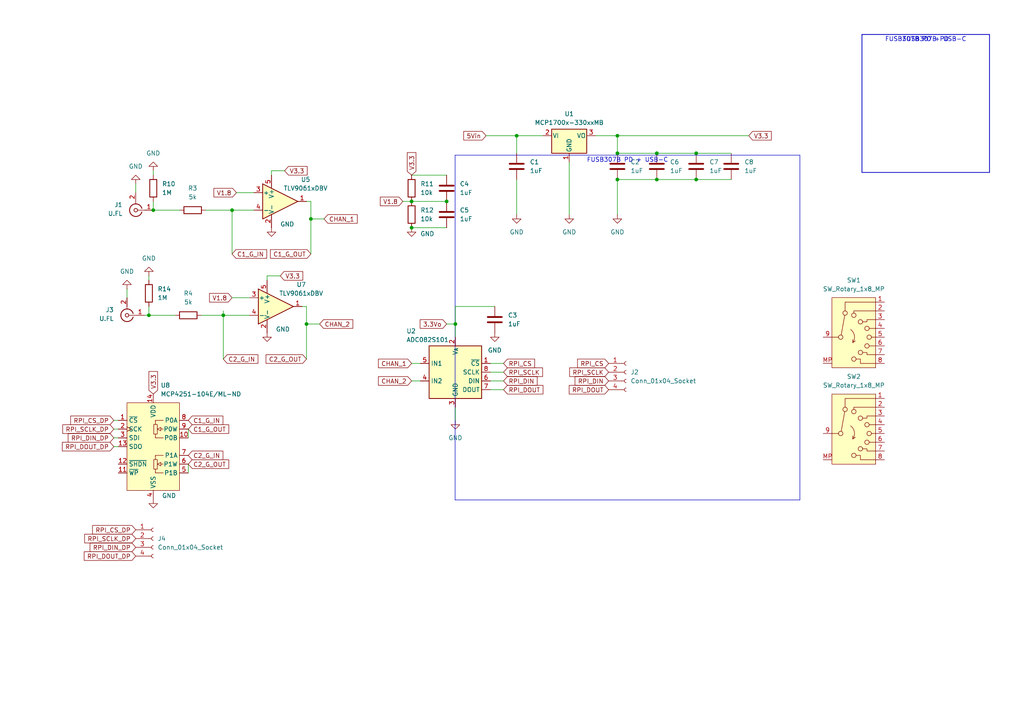
<source format=kicad_sch>
(kicad_sch (version 20250114) (generator "eeschema") (generator_version "9.0")
  (paper "A4")
  (lib_symbols
    (symbol "Amplifier_Operational:TLV9061xDBV" (pin_names (offset 0.127))
      (property "Reference" "U" (at -1.27 6.35 0))
      (property "Value" "TLV9061xDBV" (at -1.27 3.81 0))
      (symbol "TLV9061xDBV_0_1"
        (polyline (pts (xy -5.08 5.08) (xy 5.08 0) (xy -5.08 -5.08) (xy -5.08 5.08)) (stroke (width 0.254)) (fill (type background)))
        (pin power_in line (at -2.54 7.62 270) (length 3.81) (name "V+") (number "5"))
        (pin power_in line (at -2.54 -7.62 90) (length 3.81) (name "V-") (number "2"))
      )
      (symbol "TLV9061xDBV_1_1"
        (pin input line (at -7.62 2.54 0) (length 2.54) (name "+") (number "3"))
        (pin input line (at -7.62 -2.54 0) (length 2.54) (name "-") (number "4"))
        (pin output line (at 7.62 0 180) (length 2.54) (name "~") (number "1"))
      )
    )
    (symbol "Analog_ADC:ADC082S101"
      (property "Reference" "U" (at -7.874 8.89 0))
      (property "Value" "ADC082S101" (at 0.508 -9.144 0))
      (symbol "ADC082S101_0_1"
        (rectangle (start -7.62 7.62) (end 7.62 -7.62) (stroke (width 0.254)) (fill (type background)))
      )
      (symbol "ADC082S101_1_1"
        (pin input line (at -10.16 2.54 0) (length 2.54) (name "IN1") (number "5"))
        (pin input line (at -10.16 -2.54 0) (length 2.54) (name "IN2") (number "4"))
        (pin power_in line (at 0 10.16 270) (length 2.54) (name "V_{A}") (number "2"))
        (pin power_in line (at 0 -10.16 90) (length 2.54) (name "GND") (number "3"))
        (pin input line (at 10.16 2.54 180) (length 2.54) (name "~{CS}") (number "1"))
        (pin input line (at 10.16 0 180) (length 2.54) (name "SCLK") (number "8"))
        (pin input line (at 10.16 -2.54 180) (length 2.54) (name "DIN") (number "6"))
        (pin output line (at 10.16 -5.08 180) (length 2.54) (name "DOUT") (number "7"))
      )
    )
    (symbol "Connector:Conn_01x04_Socket" (pin_names (offset 1.016) (hide yes))
      (property "Reference" "J" (at 0 5.08 0))
      (property "Value" "Conn_01x04_Socket" (at 0 -7.62 0))
      (symbol "Conn_01x04_Socket_1_1"
        (polyline (pts (xy -1.27 2.54) (xy -0.508 2.54)) (stroke (width 0.1524)))
        (polyline (pts (xy -1.27 0) (xy -0.508 0)) (stroke (width 0.1524)))
        (polyline (pts (xy -1.27 -2.54) (xy -0.508 -2.54)) (stroke (width 0.1524)))
        (polyline (pts (xy -1.27 -5.08) (xy -0.508 -5.08)) (stroke (width 0.1524)))
        (arc (start 0 2.032) (mid -0.5058 2.54) (end 0 3.048) (stroke (width 0.1524)))
        (arc (start 0 -0.508) (mid -0.5058 0) (end 0 0.508) (stroke (width 0.1524)))
        (arc (start 0 -3.048) (mid -0.5058 -2.54) (end 0 -2.032) (stroke (width 0.1524)))
        (arc (start 0 -5.588) (mid -0.5058 -5.08) (end 0 -4.572) (stroke (width 0.1524)))
        (pin passive line (at -5.08 2.54 0) (length 3.81) (name "Pin_1") (number "1"))
        (pin passive line (at -5.08 0 0) (length 3.81) (name "Pin_2") (number "2"))
        (pin passive line (at -5.08 -2.54 0) (length 3.81) (name "Pin_3") (number "3"))
        (pin passive line (at -5.08 -5.08 0) (length 3.81) (name "Pin_4") (number "4"))
      )
    )
    (symbol "Device:C" (pin_numbers (hide yes)) (pin_names (offset 0.254))
      (property "Reference" "C" (at 0.635 2.54 0))
      (property "Value" "C" (at 0.635 -2.54 0))
      (symbol "C_0_1"
        (polyline (pts (xy -2.032 0.762) (xy 2.032 0.762)) (stroke (width 0.508)))
        (polyline (pts (xy -2.032 -0.762) (xy 2.032 -0.762)) (stroke (width 0.508)))
      )
      (symbol "C_1_1"
        (pin passive line (at 0 3.81 270) (length 2.794) (name "~") (number "1"))
        (pin passive line (at 0 -3.81 90) (length 2.794) (name "~") (number "2"))
      )
    )
    (symbol "Device:R" (pin_numbers (hide yes)) (pin_names (offset 0))
      (property "Reference" "R" (at 2.032 0 90))
      (property "Value" "R" (at 0 0 90))
      (symbol "R_0_1"
        (rectangle (start -1.016 -2.54) (end 1.016 2.54) (stroke (width 0.254)))
      )
      (symbol "R_1_1"
        (pin passive line (at 0 3.81 270) (length 1.27) (name "~") (number "1"))
        (pin passive line (at 0 -3.81 90) (length 1.27) (name "~") (number "2"))
      )
    )
    (symbol "PCM_JLCPCB-Extended:RF, Connector, U.FL" (pin_names (offset 1.016) (hide yes))
      (property "Reference" "J" (at 0.254 3.048 0))
      (property "Value" "U.FL" (at 2.921 0 90))
      (symbol "RF, Connector, U.FL_0_1"
        (polyline (pts (xy -2.54 0) (xy -0.508 0)))
        (arc (start 1.778 0) (mid 0.222 -1.8079) (end -1.778 -0.508) (stroke (width 0.254)))
        (arc (start -1.778 0.508) (mid 0.2221 1.8084) (end 1.778 0) (stroke (width 0.254)))
        (circle (center 0 0) (radius 0.508) (stroke (width 0.2032)))
        (polyline (pts (xy 0 -2.54) (xy 0 -1.778)))
      )
      (symbol "RF, Connector, U.FL_1_1"
        (pin passive line (at -5.08 0 0) (length 2.54) (name "In") (number "1"))
        (pin passive line (at 0 -5.08 90) (length 2.54) (name "Ext") (number "2"))
      )
    )
    (symbol "Potentiometer_Digital:MCP4251-xxxx-SL"
      (property "Reference" "U" (at -0.508 18.288 0))
      (property "Value" "MCP4251-xxxx-SL" (at -0.508 20.32 0))
      (symbol "MCP4251-xxxx-SL_1_1"
        (polyline (pts (xy 0 12.7) (xy 7.62 12.7) (xy 7.62 0) (xy 7.62 -12.7) (xy -7.62 -12.7) (xy -7.62 12.7) (xy 0 12.7)) (fill (type background)))
        (rectangle (start 0.1524 6.4262) (end 1.1684 3.6322))
        (rectangle (start 0.1524 -3.7338) (end 1.1684 -6.5278))
        (polyline (pts (xy 0.635 7.62) (xy 0.635 7.366) (xy 0.635 7.366)))
        (polyline (pts (xy 0.635 7.62) (xy 2.921 7.62) (xy 2.921 7.62)) (fill (type background)))
        (polyline (pts (xy 0.635 7.3914) (xy 0.635 6.4516)))
        (polyline (pts (xy 0.635 2.794) (xy 0.635 3.6322)))
        (polyline (pts (xy 0.635 2.54) (xy 0.635 2.794) (xy 0.635 2.794)) (fill (type background)))
        (polyline (pts (xy 0.635 2.54) (xy 2.921 2.54) (xy 2.921 2.54)) (fill (type background)))
        (polyline (pts (xy 0.635 -2.54) (xy 0.635 -2.794) (xy 0.635 -2.794)))
        (polyline (pts (xy 0.635 -2.54) (xy 2.921 -2.54) (xy 2.921 -2.54)) (fill (type background)))
        (polyline (pts (xy 0.635 -2.7686) (xy 0.635 -3.7084)))
        (polyline (pts (xy 0.635 -7.366) (xy 0.635 -6.5278)))
        (polyline (pts (xy 0.635 -7.62) (xy 0.635 -7.366) (xy 0.635 -7.366)) (fill (type background)))
        (polyline (pts (xy 0.635 -7.62) (xy 2.921 -7.62) (xy 2.921 -7.62)) (fill (type background)))
        (polyline (pts (xy 2.2098 5.588) (xy 2.2098 4.572) (xy 1.1938 5.08) (xy 2.2098 5.588) (xy 2.2098 5.588)) (fill (type background)))
        (polyline (pts (xy 2.2098 5.1054) (xy 2.921 5.1054)))
        (polyline (pts (xy 2.2098 -4.572) (xy 2.2098 -5.588) (xy 1.1938 -5.08) (xy 2.2098 -4.572) (xy 2.2098 -4.572)) (fill (type background)))
        (polyline (pts (xy 2.2098 -5.0546) (xy 2.921 -5.0546)))
        (pin input line (at -10.16 7.62 0) (length 2.54) (name "~{CS}") (number "1"))
        (pin input clock (at -10.16 5.08 0) (length 2.54) (name "SCK") (number "2"))
        (pin input line (at -10.16 2.54 0) (length 2.54) (name "SDI") (number "3"))
        (pin output line (at -10.16 0 0) (length 2.54) (name "SDO") (number "13"))
        (pin input line (at -10.16 -5.08 0) (length 2.54) (name "~{SHDN}") (number "12"))
        (pin input line (at -10.16 -7.62 0) (length 2.54) (name "~{WP}") (number "11"))
        (pin power_in line (at 0 15.24 270) (length 2.54) (name "VDD") (number "14"))
        (pin power_in line (at 0 -15.24 90) (length 2.54) (name "VSS") (number "4"))
        (pin passive line (at 10.16 7.62 180) (length 2.54) (name "P0A") (number "8"))
        (pin passive line (at 10.16 5.08 180) (length 2.54) (name "P0W") (number "9"))
        (pin passive line (at 10.16 2.54 180) (length 2.54) (name "P0B") (number "10"))
        (pin passive line (at 10.16 -2.54 180) (length 2.54) (name "P1A") (number "7"))
        (pin passive line (at 10.16 -5.08 180) (length 2.54) (name "P1W") (number "6"))
        (pin passive line (at 10.16 -7.62 180) (length 2.54) (name "P1B") (number "5"))
      )
    )
    (symbol "Regulator_Linear:MCP1700x-330xxMB" (pin_names (offset 0.254))
      (property "Reference" "U" (at -3.81 3.175 0))
      (property "Value" "MCP1700x-330xxMB" (at 0 3.175 0))
      (symbol "MCP1700x-330xxMB_0_1"
        (rectangle (start -5.08 -5.08) (end 5.08 1.905) (stroke (width 0.254)) (fill (type background)))
      )
      (symbol "MCP1700x-330xxMB_1_1"
        (pin power_in line (at -7.62 0 0) (length 2.54) (name "VI") (number "2"))
        (pin power_in line (at 0 -7.62 90) (length 2.54) (name "GND") (number "1"))
        (pin power_out line (at 7.62 0 180) (length 2.54) (name "VO") (number "3"))
      )
    )
    (symbol "Switch:SW_Rotary_1x8_MP" (pin_names (hide yes))
      (property "Reference" "SW" (at 0 12.7 0))
      (property "Value" "SW_Rotary_1x8_MP" (at 10.16 -10.16 0))
      (symbol "SW_Rotary_1x8_MP_0_1"
        (polyline (pts (xy -7.62 0) (xy -5.715 0)))
        (circle (center -5.08 0) (radius 0.635))
        (polyline (pts (xy -4.9276 0.6604) (xy -3.9116 6.35)))
        (circle (center -3.81 6.985) (radius 0.635))
        (arc (start -2.2226 2.2225) (mid -1.116 0.449) (end -1.5876 -1.5875))
        (polyline (pts (xy -1.5876 -1.5875) (xy -1.5876 -0.6985)))
        (polyline (pts (xy -1.5876 -1.5875) (xy -1.5876 -1.5875)))
        (polyline (pts (xy -1.5876 -1.5875) (xy -0.8256 -1.0795)))
        (circle (center -1.27 6.35) (radius 0.635))
        (circle (center -1.27 -6.35) (radius 0.635))
        (circle (center 0.635 4.445) (radius 0.635))
        (circle (center 0.635 -4.445) (radius 0.635))
        (circle (center 2.54 2.54) (radius 0.635))
        (circle (center 2.54 -2.54) (radius 0.635))
        (circle (center 3.175 0) (radius 0.635))
        (polyline (pts (xy 5.08 7.62) (xy -1.27 7.62) (xy -1.27 7.62) (xy -1.27 6.985)))
        (polyline (pts (xy 5.08 5.08) (xy 2.54 5.08) (xy 2.54 4.445) (xy 1.27 4.445)))
        (polyline (pts (xy 5.08 2.54) (xy 3.175 2.54)))
        (polyline (pts (xy 5.08 0) (xy 3.81 0)))
        (polyline (pts (xy 5.08 -2.54) (xy 3.175 -2.54)))
        (polyline (pts (xy 5.08 -5.08) (xy 2.54 -5.08) (xy 2.54 -4.445) (xy 1.27 -4.445)))
        (polyline (pts (xy 5.08 -7.62) (xy 0.635 -7.62) (xy 0.635 -6.35) (xy -0.635 -6.35)))
      )
      (symbol "SW_Rotary_1x8_MP_1_1"
        (polyline (pts (xy -7.62 11.43) (xy 5.08 11.43) (xy 5.08 -8.89) (xy -7.62 -8.89) (xy -7.62 11.43) (xy -7.62 11.43)) (fill (type background)))
        (polyline (pts (xy 5.08 10.16) (xy -3.81 10.16) (xy -3.81 7.62)))
        (pin passive line (at -10.16 0 0) (length 2.54) (name "") (number "9"))
        (pin passive line (at -10.16 -7.62 0) (length 2.54) (name "") (number "MP"))
        (pin passive line (at 7.62 10.16 180) (length 2.54) (name "") (number "1"))
        (pin passive line (at 7.62 7.62 180) (length 2.54) (name "") (number "2"))
        (pin passive line (at 7.62 5.08 180) (length 2.54) (name "") (number "3"))
        (pin passive line (at 7.62 2.54 180) (length 2.54) (name "") (number "4"))
        (pin passive line (at 7.62 0 180) (length 2.54) (name "") (number "5"))
        (pin passive line (at 7.62 -2.54 180) (length 2.54) (name "") (number "6"))
        (pin passive line (at 7.62 -5.08 180) (length 2.54) (name "") (number "7"))
        (pin passive line (at 7.62 -7.62 180) (length 2.54) (name "") (number "8"))
      )
    )
    (symbol "power:GND" (power) (pin_numbers (hide yes)) (pin_names (offset 0) (hide yes))
      (property "Value" "GND" (at 0 -3.81 0))
      (symbol "GND_0_1"
        (polyline (pts (xy 0 0) (xy 0 -1.27) (xy 1.27 -1.27) (xy 0 -2.54) (xy -1.27 -1.27) (xy 0 -1.27)))
      )
      (symbol "GND_1_1"
        (pin power_in line (at 0 0 270) (length 0) (name "~") (number "1"))
      )
    )
  )
  (text "FUSB307B PD + USB-C" (at 182 46.5 0) (effects (font (size 1.27 1.27))))
  (text "FUSB307B PD" (at 268.5 11.5 0) (effects (font (size 1.27 1.27))))
  (text "FUSB307B PD + USB-C" (at 268.5 11.5 0) (effects (font (size 1.27 1.27))))
  (junction (at 119.38 58.42))
  (junction (at 90.17 63.5))
  (junction (at 129.54 58.42))
  (junction (at 201.93 44.45))
  (junction (at 201.93 52.07))
  (junction (at 179.07 39.37))
  (junction (at 67.31 60.96))
  (junction (at 132.08 93.98))
  (junction (at 179.07 44.45))
  (junction (at 88.9 93.98))
  (junction (at 179.07 52.07))
  (junction (at 119.38 66.04))
  (junction (at 64.77 91.44))
  (junction (at 190.5 44.45))
  (junction (at 149.86 39.37))
  (junction (at 190.5 52.07))
  (junction (at 44.45 60.96))
  (junction (at 43.18 91.44))
  (wire (pts (xy 142.24 107.95) (xy 146.05 107.95)))
  (polyline (pts (xy 287 50) (xy 250 50)))
  (polyline (pts (xy 287 50) (xy 250 50)))
  (wire (pts (xy 68.58 55.88) (xy 73.66 55.88)))
  (wire (pts (xy 142.24 105.41) (xy 146.05 105.41)))
  (wire (pts (xy 179.07 39.37) (xy 217.17 39.37)))
  (wire (pts (xy 179.07 39.37) (xy 172.72 39.37)))
  (wire (pts (xy 88.9 88.9) (xy 88.9 93.98)))
  (wire (pts (xy 64.77 91.44) (xy 72.39 91.44)))
  (wire (pts (xy 149.86 39.37) (xy 140.97 39.37)))
  (wire (pts (xy 190.5 44.45) (xy 201.93 44.45)))
  (wire (pts (xy 93.98 63.5) (xy 90.17 63.5)))
  (polyline (pts (xy 250 50) (xy 250 10)))
  (polyline (pts (xy 250 10) (xy 287 10)))
  (wire (pts (xy 149.86 52.07) (xy 149.86 62.23)))
  (wire (pts (xy 201.93 52.07) (xy 212.09 52.07)))
  (polyline (pts (xy 250 50) (xy 250 10)))
  (wire (pts (xy 41.91 91.44) (xy 43.18 91.44)))
  (polyline (pts (xy 250 10) (xy 287 10)))
  (polyline (pts (xy 287 10) (xy 287 50)))
  (polyline (pts (xy 287 10) (xy 287 50)))
  (wire (pts (xy 67.31 60.96) (xy 73.66 60.96)))
  (wire (pts (xy 129.54 93.98) (xy 132.08 93.98)))
  (wire (pts (xy 179.07 39.37) (xy 179.07 44.45)))
  (wire (pts (xy 36.83 83.82) (xy 36.83 86.36)))
  (wire (pts (xy 88.9 93.98) (xy 92.71 93.98)))
  (wire (pts (xy 119.38 110.49) (xy 121.92 110.49)))
  (wire (pts (xy 143.51 88.9) (xy 132.08 88.9)))
  (wire (pts (xy 82.55 49.53) (xy 78.74 49.53)))
  (wire (pts (xy 165.1 46.99) (xy 165.1 62.23)))
  (wire (pts (xy 59.69 60.96) (xy 67.31 60.96)))
  (wire (pts (xy 67.31 86.36) (xy 72.39 86.36)))
  (wire (pts (xy 44.45 60.96) (xy 52.07 60.96)))
  (wire (pts (xy 179.07 44.45) (xy 190.5 44.45)))
  (wire (pts (xy 201.93 44.45) (xy 212.09 44.45)))
  (wire (pts (xy 132.08 88.9) (xy 132.08 93.98)))
  (wire (pts (xy 88.9 93.98) (xy 88.9 104.14)))
  (wire (pts (xy 43.18 80.01) (xy 43.18 81.28)))
  (wire (pts (xy 34.29 127) (xy 33.02 127)))
  (wire (pts (xy 119.38 58.42) (xy 129.54 58.42)))
  (wire (pts (xy 90.17 58.42) (xy 88.9 58.42)))
  (wire (pts (xy 44.45 49.53) (xy 44.45 50.8)))
  (wire (pts (xy 116.84 58.42) (xy 119.38 58.42)))
  (wire (pts (xy 43.18 91.44) (xy 50.8 91.44)))
  (polyline (pts (xy 132 45) (xy 232 45)))
  (wire (pts (xy 88.9 88.9) (xy 87.63 88.9)))
  (wire (pts (xy 64.77 91.44) (xy 64.77 104.14)))
  (wire (pts (xy 90.17 63.5) (xy 90.17 73.66)))
  (wire (pts (xy 142.24 113.03) (xy 146.05 113.03)))
  (wire (pts (xy 34.29 121.92) (xy 33.02 121.92)))
  (wire (pts (xy 119.38 50.8) (xy 129.54 50.8)))
  (polyline (pts (xy 232 45) (xy 232 145)))
  (wire (pts (xy 90.17 58.42) (xy 90.17 63.5)))
  (wire (pts (xy 179.07 52.07) (xy 179.07 62.23)))
  (wire (pts (xy 77.47 80.01) (xy 77.47 81.28)))
  (wire (pts (xy 39.37 53.34) (xy 39.37 55.88)))
  (wire (pts (xy 64.77 90.17) (xy 64.77 91.44)))
  (wire (pts (xy 44.45 58.42) (xy 44.45 60.96)))
  (wire (pts (xy 78.74 49.53) (xy 78.74 50.8)))
  (wire (pts (xy 190.5 52.07) (xy 201.93 52.07)))
  (wire (pts (xy 157.48 39.37) (xy 149.86 39.37)))
  (wire (pts (xy 58.42 91.44) (xy 64.77 91.44)))
  (wire (pts (xy 34.29 129.54) (xy 33.02 129.54)))
  (wire (pts (xy 54.61 134.62) (xy 54.61 137.16)))
  (wire (pts (xy 132.08 93.98) (xy 132.08 97.79)))
  (wire (pts (xy 81.28 80.01) (xy 77.47 80.01)))
  (wire (pts (xy 132.08 118.11) (xy 132.08 121.92)))
  (wire (pts (xy 149.86 39.37) (xy 149.86 44.45)))
  (wire (pts (xy 179.07 52.07) (xy 190.5 52.07)))
  (wire (pts (xy 142.24 110.49) (xy 146.05 110.49)))
  (wire (pts (xy 119.38 66.04) (xy 129.54 66.04)))
  (wire (pts (xy 119.38 105.41) (xy 121.92 105.41)))
  (wire (pts (xy 54.61 124.46) (xy 54.61 127)))
  (wire (pts (xy 67.31 60.96) (xy 67.31 73.66)))
  (wire (pts (xy 43.18 88.9) (xy 43.18 91.44)))
  (polyline (pts (xy 232 145) (xy 132 145)))
  (polyline (pts (xy 132 145) (xy 132 45)))
  (wire (pts (xy 34.29 124.46) (xy 33.02 124.46)))
  (global_label "RPI_DOUT_DP" (shape input) (at 39.37 161.29 180) (property "Intersheetrefs" "${INTERSHEET_REFS}" (effects (hide yes))))
  (global_label "C2_G_OUT" (shape input) (at 88.9 104.14 180) (property "Intersheetrefs" "${INTERSHEET_REFS}" (effects (hide yes))))
  (global_label "CHAN_2" (shape input) (at 119.38 110.49 180) (property "Intersheetrefs" "${INTERSHEET_REFS}" (effects (hide yes))))
  (global_label "CHAN_1" (shape input) (at 93.98 63.5 0) (property "Intersheetrefs" "${INTERSHEET_REFS}" (effects (hide yes))))
  (global_label "RPI_CS_DP" (shape input) (at 39.37 153.67 180) (property "Intersheetrefs" "${INTERSHEET_REFS}" (effects (hide yes))))
  (global_label "V1.8" (shape input) (at 116.84 58.42 180) (property "Intersheetrefs" "${INTERSHEET_REFS}" (effects (hide yes))))
  (global_label "V3.3" (shape input) (at 217.17 39.37 0) (property "Intersheetrefs" "${INTERSHEET_REFS}" (effects (hide yes))))
  (global_label "V3.3" (shape input) (at 119.38 50.8 90) (property "Intersheetrefs" "${INTERSHEET_REFS}" (effects (hide yes))))
  (global_label "RPI_CS_DP" (shape input) (at 33.02 121.92 180) (property "Intersheetrefs" "${INTERSHEET_REFS}" (effects (hide yes))))
  (global_label "RPI_DIN_DP" (shape input) (at 39.37 158.75 180) (property "Intersheetrefs" "${INTERSHEET_REFS}" (effects (hide yes))))
  (global_label "CHAN_1" (shape input) (at 119.38 105.41 180) (property "Intersheetrefs" "${INTERSHEET_REFS}" (effects (hide yes))))
  (global_label "RPI_DIN" (shape input) (at 146.05 110.49 0) (property "Intersheetrefs" "${INTERSHEET_REFS}" (effects (hide yes))))
  (global_label "RPI_DIN_DP" (shape input) (at 33.02 127 180) (property "Intersheetrefs" "${INTERSHEET_REFS}" (effects (hide yes))))
  (global_label "RPI_SCLK" (shape input) (at 146.05 107.95 0) (property "Intersheetrefs" "${INTERSHEET_REFS}" (effects (hide yes))))
  (global_label "C2_G_IN" (shape input) (at 54.61 132.08 0) (property "Intersheetrefs" "${INTERSHEET_REFS}" (effects (hide yes))))
  (global_label "C1_G_OUT" (shape input) (at 54.61 124.46 0) (property "Intersheetrefs" "${INTERSHEET_REFS}" (effects (hide yes))))
  (global_label "V1.8" (shape input) (at 68.58 55.88 180) (property "Intersheetrefs" "${INTERSHEET_REFS}" (effects (hide yes))))
  (global_label "RPI_CS" (shape input) (at 176.53 105.41 180) (property "Intersheetrefs" "${INTERSHEET_REFS}" (effects (hide yes))))
  (global_label "C1_G_IN" (shape input) (at 54.61 121.92 0) (property "Intersheetrefs" "${INTERSHEET_REFS}" (effects (hide yes))))
  (global_label "RPI_DIN" (shape input) (at 176.53 110.49 180) (property "Intersheetrefs" "${INTERSHEET_REFS}" (effects (hide yes))))
  (global_label "V3.3" (shape input) (at 81.28 80.01 0) (property "Intersheetrefs" "${INTERSHEET_REFS}" (effects (hide yes))))
  (global_label "V1.8" (shape input) (at 67.31 86.36 180) (property "Intersheetrefs" "${INTERSHEET_REFS}" (effects (hide yes))))
  (global_label "RPI_CS" (shape input) (at 146.05 105.41 0) (property "Intersheetrefs" "${INTERSHEET_REFS}" (effects (hide yes))))
  (global_label "RPI_DOUT" (shape input) (at 176.53 113.03 180) (property "Intersheetrefs" "${INTERSHEET_REFS}" (effects (hide yes))))
  (global_label "C1_G_OUT" (shape input) (at 90.17 73.66 180) (property "Intersheetrefs" "${INTERSHEET_REFS}" (effects (hide yes))))
  (global_label "C2_G_IN" (shape input) (at 64.77 104.14 0) (property "Intersheetrefs" "${INTERSHEET_REFS}" (effects (hide yes))))
  (global_label "CHAN_2" (shape input) (at 92.71 93.98 0) (property "Intersheetrefs" "${INTERSHEET_REFS}" (effects (hide yes))))
  (global_label "V3.3" (shape input) (at 44.45 114.3 90) (property "Intersheetrefs" "${INTERSHEET_REFS}" (effects (hide yes))))
  (global_label "RPI_DOUT_DP" (shape input) (at 33.02 129.54 180) (property "Intersheetrefs" "${INTERSHEET_REFS}" (effects (hide yes))))
  (global_label "C2_G_OUT" (shape input) (at 54.61 134.62 0) (property "Intersheetrefs" "${INTERSHEET_REFS}" (effects (hide yes))))
  (global_label "RPI_SCLK_DP" (shape input) (at 39.37 156.21 180) (property "Intersheetrefs" "${INTERSHEET_REFS}" (effects (hide yes))))
  (global_label "3.3Vo" (shape input) (at 129.54 93.98 180) (property "Intersheetrefs" "${INTERSHEET_REFS}" (effects (hide yes))))
  (global_label "5Vin" (shape input) (at 140.97 39.37 180) (property "Intersheetrefs" "${INTERSHEET_REFS}" (effects (hide yes))))
  (global_label "RPI_SCLK" (shape input) (at 176.53 107.95 180) (property "Intersheetrefs" "${INTERSHEET_REFS}" (effects (hide yes))))
  (global_label "V3.3" (shape input) (at 82.55 49.53 0) (property "Intersheetrefs" "${INTERSHEET_REFS}" (effects (hide yes))))
  (global_label "RPI_DOUT" (shape input) (at 146.05 113.03 0) (property "Intersheetrefs" "${INTERSHEET_REFS}" (effects (hide yes))))
  (global_label "C1_G_IN" (shape input) (at 67.31 73.66 0) (property "Intersheetrefs" "${INTERSHEET_REFS}" (effects (hide yes))))
  (global_label "RPI_SCLK_DP" (shape input) (at 33.02 124.46 180) (property "Intersheetrefs" "${INTERSHEET_REFS}" (effects (hide yes))))
  (symbol (lib_id "Device:C") (at 179.07 48.26 0) (unit 1)
    (property "Reference" "C2" (at 182.88 46.9899 0) (effects (justify left)))
    (property "Value" "1uF" (at 182.88 49.5299 0) (effects (justify left)))
    (property "Footprint" "Capacitor_SMD:C_1206_3216Metric" (effects (hide yes)))
    (property "Datasheet" "https://eecs.engineering.oregonstate.edu/education/inventory_datasheets/P1502744917.pdf" (effects (hide yes)))
    (property "Description" "Unpolarized capacitor" (effects (hide yes)))
    (property "Supplier" "https://eecs.engineering.oregonstate.edu/education/tekbotSuite/tekbot/pages/publicInventoryPart.php?stocknumber=P1502744917" (effects (hide yes)))
  )
  (symbol (lib_id "Device:C") (at 143.51 92.71 0) (unit 1)
    (property "Reference" "C3" (at 147.32 91.4399 0) (effects (justify left)))
    (property "Value" "1uF" (at 147.32 93.9799 0) (effects (justify left)))
    (property "Footprint" "Capacitor_SMD:C_1206_3216Metric" (effects (hide yes)))
    (property "Datasheet" "https://eecs.engineering.oregonstate.edu/education/inventory_datasheets/P1502744917.pdf" (effects (hide yes)))
    (property "Description" "Unpolarized capacitor" (effects (hide yes)))
    (property "Supplier" "https://eecs.engineering.oregonstate.edu/education/tekbotSuite/tekbot/pages/publicInventoryPart.php?stocknumber=P1502744917" (effects (hide yes)))
  )
  (symbol (lib_id "power:GND") (at 39.37 53.34 180) (unit 1)
    (property "Reference" "#PWR02" (effects (hide yes)))
    (property "Value" "GND" (at 39.37 48.26 0))
    (property "Description" "Power symbol creates a global label with name \"GND\" , ground" (effects (hide yes)))
  )
  (symbol (lib_id "Amplifier_Operational:TLV9061xDBV") (at 80.01 88.9 0) (unit 1)
    (property "Reference" "U7" (at 87.376 82.55 0))
    (property "Value" "TLV9061xDBV" (at 87.376 85.09 0))
    (property "Footprint" "Package_TO_SOT_SMD:SOT-23-5" (effects (hide yes)))
    (property "Datasheet" "https://www.ti.com/lit/ds/symlink/tlv9061.pdf" (effects (hide yes)))
    (property "Description" "10-MHz, RRIO, CMOS Operational Amplifiers for Cost-Sensitive Systems, SOT-23-5" (effects (hide yes)))
  )
  (symbol (lib_id "Device:C") (at 149.86 48.26 0) (unit 1)
    (property "Reference" "C1" (at 153.67 46.9899 0) (effects (justify left)))
    (property "Value" "1uF" (at 153.67 49.5299 0) (effects (justify left)))
    (property "Footprint" "Capacitor_SMD:C_1206_3216Metric" (effects (hide yes)))
    (property "Datasheet" "https://eecs.engineering.oregonstate.edu/education/inventory_datasheets/P1502744917.pdf" (effects (hide yes)))
    (property "Description" "Unpolarized capacitor" (effects (hide yes)))
    (property "Supplier" "https://eecs.engineering.oregonstate.edu/education/tekbotSuite/tekbot/pages/publicInventoryPart.php?stocknumber=P1502744917" (effects (hide yes)))
  )
  (symbol (lib_id "power:GND") (at 119.38 66.04 0) (unit 1)
    (property "Reference" "#PWR015" (effects (hide yes)))
    (property "Value" "GND" (at 123.952 67.818 0))
    (property "Description" "Power symbol creates a global label with name \"GND\" , ground" (effects (hide yes)))
  )
  (symbol (lib_id "Switch:SW_Rotary_1x8_MP") (at 248.92 97.79 0) (unit 1)
    (property "Reference" "SW1" (at 247.65 81.28 0))
    (property "Value" "SW_Rotary_1x8_MP" (at 247.65 83.82 0))
    (property "Footprint" "Rotary_Encoder:RotaryEncoder_Alps_EC11E-Switch_Vertical_H20mm_CircularMountingHoles" (effects (hide yes)))
    (property "Description" "Rotary switch 1x8, SP8T with mount point" (effects (hide yes)))
  )
  (symbol (lib_id "power:GND") (at 44.45 49.53 180) (unit 1)
    (property "Reference" "#PWR012" (effects (hide yes)))
    (property "Value" "GND" (at 44.45 44.45 0))
    (property "Description" "Power symbol creates a global label with name \"GND\" , ground" (effects (hide yes)))
  )
  (symbol (lib_id "power:GND") (at 78.74 66.04 0) (unit 1)
    (property "Reference" "#PWR014" (effects (hide yes)))
    (property "Value" "GND" (at 83.312 65.024 0))
    (property "Description" "Power symbol creates a global label with name \"GND\" , ground" (effects (hide yes)))
  )
  (symbol (lib_id "Analog_ADC:ADC082S101") (at 132.08 107.95 0) (unit 1)
    (property "Reference" "U2" (at 117.856 96.012 0) (effects (justify left)))
    (property "Value" "ADC082S101" (at 117.856 98.552 0) (effects (justify left)))
    (property "Footprint" "Package_SO:VSSOP-8_3x3mm_P0.65mm" (effects (hide yes)))
    (property "Datasheet" "https://www.ti.com/lit/ds/symlink/adc082s101.pdf" (effects (hide yes)))
    (property "Description" "2 channel, 500 - 1000 ksps, 8-bit ADC, 2.7 - 5.25V supply, TSSOP-8 (MSOP-8, Texas VSSOP-8)" (effects (hide yes)))
    (property "Supplier" "https://www.digikey.com/en/products/detail/texas-instruments/ADC082S101CIMM-NOPB/807951" (effects (hide yes)))
  )
  (symbol (lib_id "PCM_JLCPCB-Extended:RF, Connector, U.FL") (at 39.37 60.96 180) (unit 1)
    (property "Reference" "J1" (at 35.56 59.3967 0) (effects (justify left)))
    (property "Value" "U.FL" (at 35.56 61.9367 0) (effects (justify left)))
    (property "Footprint" "Connector_Coaxial:BNC_Amphenol_031-5539_Vertical" (effects (hide yes)))
    (property "Datasheet" "https://wmsc.lcsc.com/wmsc/upload/file/pdf/v2/lcsc/2208151830_BAT-WIRELESS-BWU-FL-IPEX1_C5137195.pdf" (effects (hide yes)))
    (property "Description" "coaxial connector (BNC, SMA, SMB, SMC, Cinch/RCA, LEMO, ...)" (effects (hide yes)))
    (property "LCSC" "C5137195" (effects (hide yes)))
  )
  (symbol (lib_id "Device:C") (at 129.54 54.61 0) (unit 1)
    (property "Reference" "C4" (at 133.35 53.3399 0) (effects (justify left)))
    (property "Value" "1uF" (at 133.35 55.8799 0) (effects (justify left)))
    (property "Footprint" "Capacitor_SMD:C_1206_3216Metric" (effects (hide yes)))
    (property "Datasheet" "https://eecs.engineering.oregonstate.edu/education/inventory_datasheets/P1502744917.pdf" (effects (hide yes)))
    (property "Description" "Unpolarized capacitor" (effects (hide yes)))
    (property "Supplier" "https://eecs.engineering.oregonstate.edu/education/tekbotSuite/tekbot/pages/publicInventoryPart.php?stocknumber=P1502744917" (effects (hide yes)))
  )
  (symbol (lib_id "Device:C") (at 129.54 62.23 0) (unit 1)
    (property "Reference" "C5" (at 133.35 60.9599 0) (effects (justify left)))
    (property "Value" "1uF" (at 133.35 63.4999 0) (effects (justify left)))
    (property "Footprint" "Capacitor_SMD:C_1206_3216Metric" (effects (hide yes)))
    (property "Datasheet" "https://eecs.engineering.oregonstate.edu/education/inventory_datasheets/P1502744917.pdf" (effects (hide yes)))
    (property "Description" "Unpolarized capacitor" (effects (hide yes)))
    (property "Supplier" "https://eecs.engineering.oregonstate.edu/education/tekbotSuite/tekbot/pages/publicInventoryPart.php?stocknumber=P1502744917" (effects (hide yes)))
  )
  (symbol (lib_id "Device:C") (at 212.09 48.26 0) (unit 1)
    (property "Reference" "C8" (at 215.9 46.9899 0) (effects (justify left)))
    (property "Value" "1uF" (at 215.9 49.5299 0) (effects (justify left)))
    (property "Footprint" "Capacitor_SMD:C_1206_3216Metric" (effects (hide yes)))
    (property "Datasheet" "https://eecs.engineering.oregonstate.edu/education/inventory_datasheets/P1502744917.pdf" (effects (hide yes)))
    (property "Description" "Unpolarized capacitor" (effects (hide yes)))
    (property "Supplier" "https://eecs.engineering.oregonstate.edu/education/tekbotSuite/tekbot/pages/publicInventoryPart.php?stocknumber=P1502744917" (effects (hide yes)))
  )
  (symbol (lib_id "power:GND") (at 179.07 62.23 0) (unit 1)
    (property "Reference" "#PWR04" (effects (hide yes)))
    (property "Value" "GND" (at 179.07 67.31 0))
    (property "Description" "Power symbol creates a global label with name \"GND\" , ground" (effects (hide yes)))
  )
  (symbol (lib_id "Potentiometer_Digital:MCP4251-xxxx-SL") (at 44.45 129.54 0) (unit 1)
    (property "Reference" "U8" (at 46.5933 111.76 0) (effects (justify left)))
    (property "Value" "MCP4251-104E/ML-ND" (at 46.5933 114.3 0) (effects (justify left)))
    (property "Footprint" "Package_SO:TSSOP-14-1EP_4.4x5mm_P0.65mm" (effects (hide yes)))
    (property "Datasheet" "http://ww1.microchip.com/downloads/en/devicedoc/22060b.pdf" (effects (hide yes)))
    (property "Description" "Dual 8 Bit Digital Pot, SPI, Volatile Memory, SOIC-14" (effects (hide yes)))
  )
  (symbol (lib_id "Regulator_Linear:MCP1700x-330xxMB") (at 165.1 39.37 0) (unit 1)
    (property "Reference" "U1" (at 165.1 33.02 0))
    (property "Value" "MCP1700x-330xxMB" (at 165.1 35.56 0))
    (property "Footprint" "Package_TO_SOT_SMD:SOT-89-3" (effects (hide yes)))
    (property "Datasheet" "http://ww1.microchip.com/downloads/en/DeviceDoc/20001826D.pdf" (effects (hide yes)))
    (property "Description" "250mA Low Quiscent Current LDO, 3.3V output, SOT-89" (effects (hide yes)))
  )
  (symbol (lib_id "power:GND") (at 77.47 96.52 0) (unit 1)
    (property "Reference" "#PWR018" (effects (hide yes)))
    (property "Value" "GND" (at 82.042 95.504 0))
    (property "Description" "Power symbol creates a global label with name \"GND\" , ground" (effects (hide yes)))
  )
  (symbol (lib_id "Amplifier_Operational:TLV9061xDBV") (at 81.28 58.42 0) (unit 1)
    (property "Reference" "U5" (at 88.646 52.07 0))
    (property "Value" "TLV9061xDBV" (at 88.646 54.61 0))
    (property "Footprint" "Package_TO_SOT_SMD:SOT-23-5" (effects (hide yes)))
    (property "Datasheet" "https://www.ti.com/lit/ds/symlink/tlv9061.pdf" (effects (hide yes)))
    (property "Description" "10-MHz, RRIO, CMOS Operational Amplifiers for Cost-Sensitive Systems, SOT-23-5" (effects (hide yes)))
  )
  (symbol (lib_id "Device:R") (at 55.88 60.96 270) (unit 1)
    (property "Reference" "R3" (at 55.88 54.61 90))
    (property "Value" "5k" (at 55.88 57.15 90))
    (property "Footprint" "Capacitor_SMD:C_0603_1608Metric" (effects (hide yes)))
    (property "Description" "Resistor" (effects (hide yes)))
  )
  (symbol (lib_id "Connector:Conn_01x04_Socket") (at 44.45 156.21 0) (unit 1)
    (property "Reference" "J4" (at 45.72 156.2099 0) (effects (justify left)))
    (property "Value" "Conn_01x04_Socket" (at 45.72 158.7499 0) (effects (justify left)))
    (property "Footprint" "Connector_PinHeader_2.00mm:PinHeader_1x04_P2.00mm_Vertical" (effects (hide yes)))
    (property "Description" "Generic connector, single row, 01x04, script generated" (effects (hide yes)))
  )
  (symbol (lib_id "power:GND") (at 43.18 80.01 180) (unit 1)
    (property "Reference" "#PWR016" (effects (hide yes)))
    (property "Value" "GND" (at 43.18 74.93 0))
    (property "Description" "Power symbol creates a global label with name \"GND\" , ground" (effects (hide yes)))
  )
  (symbol (lib_id "Device:R") (at 44.45 54.61 180) (unit 1)
    (property "Reference" "R10" (at 46.99 53.3399 0) (effects (justify right)))
    (property "Value" "1M" (at 46.99 55.8799 0) (effects (justify right)))
    (property "Footprint" "Capacitor_SMD:C_0603_1608Metric" (effects (hide yes)))
    (property "Description" "Resistor" (effects (hide yes)))
  )
  (symbol (lib_id "power:GND") (at 44.45 144.78 0) (unit 1)
    (property "Reference" "#PWR020" (effects (hide yes)))
    (property "Value" "GND" (at 49.022 143.764 0))
    (property "Description" "Power symbol creates a global label with name \"GND\" , ground" (effects (hide yes)))
  )
  (symbol (lib_id "PCM_JLCPCB-Extended:RF, Connector, U.FL") (at 36.83 91.44 180) (unit 1)
    (property "Reference" "J3" (at 33.02 89.8767 0) (effects (justify left)))
    (property "Value" "U.FL" (at 33.02 92.4167 0) (effects (justify left)))
    (property "Footprint" "Connector_Coaxial:BNC_Amphenol_031-5539_Vertical" (effects (hide yes)))
    (property "Datasheet" "https://wmsc.lcsc.com/wmsc/upload/file/pdf/v2/lcsc/2208151830_BAT-WIRELESS-BWU-FL-IPEX1_C5137195.pdf" (effects (hide yes)))
    (property "Description" "coaxial connector (BNC, SMA, SMB, SMC, Cinch/RCA, LEMO, ...)" (effects (hide yes)))
    (property "LCSC" "C5137195" (effects (hide yes)))
  )
  (symbol (lib_id "Device:R") (at 119.38 54.61 180) (unit 1)
    (property "Reference" "R11" (at 121.92 53.3399 0) (effects (justify right)))
    (property "Value" "10k" (at 121.92 55.8799 0) (effects (justify right)))
    (property "Footprint" "Capacitor_SMD:C_0603_1608Metric" (effects (hide yes)))
    (property "Description" "Resistor" (effects (hide yes)))
  )
  (symbol (lib_id "power:GND") (at 36.83 83.82 180) (unit 1)
    (property "Reference" "#PWR08" (effects (hide yes)))
    (property "Value" "GND" (at 36.83 78.74 0))
    (property "Description" "Power symbol creates a global label with name \"GND\" , ground" (effects (hide yes)))
  )
  (symbol (lib_id "power:GND") (at 165.1 62.23 0) (unit 1)
    (property "Reference" "#PWR03" (effects (hide yes)))
    (property "Value" "GND" (at 165.1 67.31 0))
    (property "Description" "Power symbol creates a global label with name \"GND\" , ground" (effects (hide yes)))
  )
  (symbol (lib_id "power:GND") (at 132.08 121.92 0) (unit 1)
    (property "Reference" "#PWR05" (effects (hide yes)))
    (property "Value" "GND" (at 132.08 127 0))
    (property "Description" "Power symbol creates a global label with name \"GND\" , ground" (effects (hide yes)))
  )
  (symbol (lib_id "Device:R") (at 54.61 91.44 270) (unit 1)
    (property "Reference" "R4" (at 54.61 85.09 90))
    (property "Value" "5k" (at 54.61 87.63 90))
    (property "Footprint" "Capacitor_SMD:C_0603_1608Metric" (effects (hide yes)))
    (property "Description" "Resistor" (effects (hide yes)))
  )
  (symbol (lib_id "Device:R") (at 43.18 85.09 180) (unit 1)
    (property "Reference" "R14" (at 45.72 83.8199 0) (effects (justify right)))
    (property "Value" "1M" (at 45.72 86.3599 0) (effects (justify right)))
    (property "Footprint" "Capacitor_SMD:C_0603_1608Metric" (effects (hide yes)))
    (property "Description" "Resistor" (effects (hide yes)))
  )
  (symbol (lib_id "Device:C") (at 201.93 48.26 0) (unit 1)
    (property "Reference" "C7" (at 205.74 46.9899 0) (effects (justify left)))
    (property "Value" "1uF" (at 205.74 49.5299 0) (effects (justify left)))
    (property "Footprint" "Capacitor_SMD:C_1206_3216Metric" (effects (hide yes)))
    (property "Datasheet" "https://eecs.engineering.oregonstate.edu/education/inventory_datasheets/P1502744917.pdf" (effects (hide yes)))
    (property "Description" "Unpolarized capacitor" (effects (hide yes)))
    (property "Supplier" "https://eecs.engineering.oregonstate.edu/education/tekbotSuite/tekbot/pages/publicInventoryPart.php?stocknumber=P1502744917" (effects (hide yes)))
  )
  (symbol (lib_id "Device:C") (at 190.5 48.26 0) (unit 1)
    (property "Reference" "C6" (at 194.31 46.9899 0) (effects (justify left)))
    (property "Value" "1uF" (at 194.31 49.5299 0) (effects (justify left)))
    (property "Footprint" "Capacitor_SMD:C_1206_3216Metric" (effects (hide yes)))
    (property "Datasheet" "https://eecs.engineering.oregonstate.edu/education/inventory_datasheets/P1502744917.pdf" (effects (hide yes)))
    (property "Description" "Unpolarized capacitor" (effects (hide yes)))
    (property "Supplier" "https://eecs.engineering.oregonstate.edu/education/tekbotSuite/tekbot/pages/publicInventoryPart.php?stocknumber=P1502744917" (effects (hide yes)))
  )
  (symbol (lib_id "Connector:Conn_01x04_Socket") (at 181.61 107.95 0) (unit 1)
    (property "Reference" "J2" (at 182.88 107.9499 0) (effects (justify left)))
    (property "Value" "Conn_01x04_Socket" (at 182.88 110.4899 0) (effects (justify left)))
    (property "Footprint" "Connector_PinHeader_2.00mm:PinHeader_1x04_P2.00mm_Vertical" (effects (hide yes)))
    (property "Description" "Generic connector, single row, 01x04, script generated" (effects (hide yes)))
  )
  (symbol (lib_id "Device:R") (at 119.38 62.23 180) (unit 1)
    (property "Reference" "R12" (at 121.92 60.9599 0) (effects (justify right)))
    (property "Value" "10k" (at 121.92 63.4999 0) (effects (justify right)))
    (property "Footprint" "Capacitor_SMD:C_0603_1608Metric" (effects (hide yes)))
    (property "Description" "Resistor" (effects (hide yes)))
  )
  (symbol (lib_id "Switch:SW_Rotary_1x8_MP") (at 248.92 125.73 0) (unit 1)
    (property "Reference" "SW2" (at 247.65 109.22 0))
    (property "Value" "SW_Rotary_1x8_MP" (at 247.65 111.76 0))
    (property "Footprint" "Rotary_Encoder:RotaryEncoder_Alps_EC11E-Switch_Vertical_H20mm_CircularMountingHoles" (effects (hide yes)))
    (property "Description" "Rotary switch 1x8, SP8T with mount point" (effects (hide yes)))
  )
  (symbol (lib_id "power:GND") (at 149.86 62.23 0) (unit 1)
    (property "Reference" "#PWR0101" (effects (hide yes)))
    (property "Value" "GND" (at 149.86 67.31 0))
    (property "Description" "Power symbol creates a global label with name \"GND\" , ground" (effects (hide yes)))
  )
  (symbol (lib_id "power:GND") (at 143.51 96.52 0) (unit 1)
    (property "Reference" "#PWR07" (effects (hide yes)))
    (property "Value" "GND" (at 143.51 101.6 0))
    (property "Description" "Power symbol creates a global label with name \"GND\" , ground" (effects (hide yes)))
  )
)
</source>
